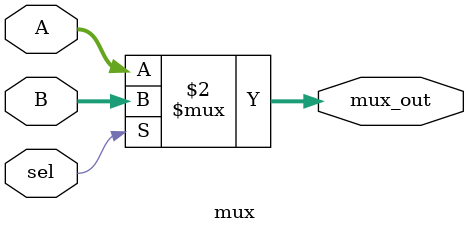
<source format=v>
module mux (
    input sel,
    input [31:0] A, B,
    output [31:0] mux_out
);

    assign mux_out = (sel==1'b0) ? A : B;
    
endmodule
</source>
